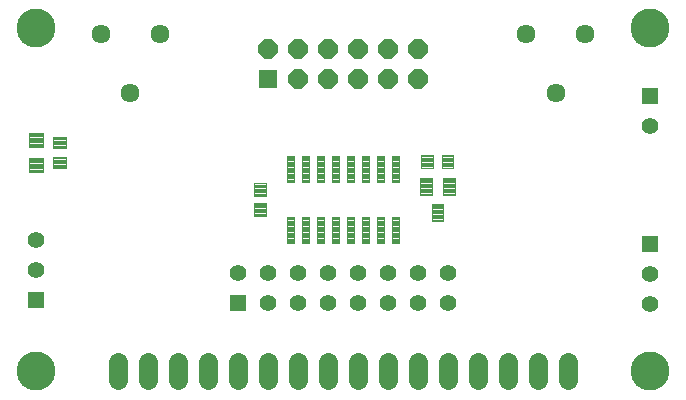
<source format=gts>
G75*
G70*
%OFA0B0*%
%FSLAX24Y24*%
%IPPOS*%
%LPD*%
%AMOC8*
5,1,8,0,0,1.08239X$1,22.5*
%
%ADD10R,0.0640X0.0640*%
%ADD11OC8,0.0640*%
%ADD12C,0.0640*%
%ADD13C,0.1300*%
%ADD14R,0.0555X0.0555*%
%ADD15C,0.0555*%
%ADD16C,0.0041*%
%ADD17C,0.0041*%
%ADD18C,0.0043*%
%ADD19C,0.0634*%
D10*
X013705Y014728D03*
D11*
X014705Y014728D03*
X015705Y014728D03*
X016705Y014728D03*
X017705Y014728D03*
X018705Y014728D03*
X018705Y015728D03*
X017705Y015728D03*
X016705Y015728D03*
X015705Y015728D03*
X014705Y015728D03*
X013705Y015728D03*
D12*
X013705Y005291D02*
X013705Y004691D01*
X012705Y004691D02*
X012705Y005291D01*
X011705Y005291D02*
X011705Y004691D01*
X010705Y004691D02*
X010705Y005291D01*
X009705Y005291D02*
X009705Y004691D01*
X008705Y004691D02*
X008705Y005291D01*
X014705Y005291D02*
X014705Y004691D01*
X015705Y004691D02*
X015705Y005291D01*
X016705Y005291D02*
X016705Y004691D01*
X017705Y004691D02*
X017705Y005291D01*
X018705Y005291D02*
X018705Y004691D01*
X019705Y004691D02*
X019705Y005291D01*
X020705Y005291D02*
X020705Y004691D01*
X021705Y004691D02*
X021705Y005291D01*
X022705Y005291D02*
X022705Y004691D01*
X023705Y004691D02*
X023705Y005291D01*
D13*
X005969Y004991D03*
X005969Y016409D03*
X026442Y016409D03*
X026442Y004991D03*
D14*
X026442Y009224D03*
X026442Y014153D03*
X012705Y007247D03*
X005969Y007354D03*
D15*
X005969Y008354D03*
X005969Y009354D03*
X012705Y008247D03*
X013705Y008247D03*
X014705Y008247D03*
X015705Y008247D03*
X016705Y008247D03*
X017705Y008247D03*
X018705Y008247D03*
X019705Y008247D03*
X019705Y007247D03*
X018705Y007247D03*
X017705Y007247D03*
X016705Y007247D03*
X015705Y007247D03*
X014705Y007247D03*
X013705Y007247D03*
X026442Y007224D03*
X026442Y008224D03*
X026442Y013153D03*
D16*
X018073Y011291D02*
X017837Y011291D01*
X017837Y012157D01*
X018073Y012157D01*
X018073Y011291D01*
X018073Y011331D02*
X017837Y011331D01*
X017837Y011371D02*
X018073Y011371D01*
X018073Y011411D02*
X017837Y011411D01*
X017837Y011451D02*
X018073Y011451D01*
X018073Y011491D02*
X017837Y011491D01*
X017837Y011531D02*
X018073Y011531D01*
X018073Y011571D02*
X017837Y011571D01*
X017837Y011611D02*
X018073Y011611D01*
X018073Y011651D02*
X017837Y011651D01*
X017837Y011691D02*
X018073Y011691D01*
X018073Y011731D02*
X017837Y011731D01*
X017837Y011771D02*
X018073Y011771D01*
X018073Y011811D02*
X017837Y011811D01*
X017837Y011851D02*
X018073Y011851D01*
X018073Y011891D02*
X017837Y011891D01*
X017837Y011931D02*
X018073Y011931D01*
X018073Y011971D02*
X017837Y011971D01*
X017837Y012011D02*
X018073Y012011D01*
X018073Y012051D02*
X017837Y012051D01*
X017837Y012091D02*
X018073Y012091D01*
X018073Y012131D02*
X017837Y012131D01*
X017573Y011291D02*
X017337Y011291D01*
X017337Y012157D01*
X017573Y012157D01*
X017573Y011291D01*
X017573Y011331D02*
X017337Y011331D01*
X017337Y011371D02*
X017573Y011371D01*
X017573Y011411D02*
X017337Y011411D01*
X017337Y011451D02*
X017573Y011451D01*
X017573Y011491D02*
X017337Y011491D01*
X017337Y011531D02*
X017573Y011531D01*
X017573Y011571D02*
X017337Y011571D01*
X017337Y011611D02*
X017573Y011611D01*
X017573Y011651D02*
X017337Y011651D01*
X017337Y011691D02*
X017573Y011691D01*
X017573Y011731D02*
X017337Y011731D01*
X017337Y011771D02*
X017573Y011771D01*
X017573Y011811D02*
X017337Y011811D01*
X017337Y011851D02*
X017573Y011851D01*
X017573Y011891D02*
X017337Y011891D01*
X017337Y011931D02*
X017573Y011931D01*
X017573Y011971D02*
X017337Y011971D01*
X017337Y012011D02*
X017573Y012011D01*
X017573Y012051D02*
X017337Y012051D01*
X017337Y012091D02*
X017573Y012091D01*
X017573Y012131D02*
X017337Y012131D01*
X017073Y011291D02*
X016837Y011291D01*
X016837Y012157D01*
X017073Y012157D01*
X017073Y011291D01*
X017073Y011331D02*
X016837Y011331D01*
X016837Y011371D02*
X017073Y011371D01*
X017073Y011411D02*
X016837Y011411D01*
X016837Y011451D02*
X017073Y011451D01*
X017073Y011491D02*
X016837Y011491D01*
X016837Y011531D02*
X017073Y011531D01*
X017073Y011571D02*
X016837Y011571D01*
X016837Y011611D02*
X017073Y011611D01*
X017073Y011651D02*
X016837Y011651D01*
X016837Y011691D02*
X017073Y011691D01*
X017073Y011731D02*
X016837Y011731D01*
X016837Y011771D02*
X017073Y011771D01*
X017073Y011811D02*
X016837Y011811D01*
X016837Y011851D02*
X017073Y011851D01*
X017073Y011891D02*
X016837Y011891D01*
X016837Y011931D02*
X017073Y011931D01*
X017073Y011971D02*
X016837Y011971D01*
X016837Y012011D02*
X017073Y012011D01*
X017073Y012051D02*
X016837Y012051D01*
X016837Y012091D02*
X017073Y012091D01*
X017073Y012131D02*
X016837Y012131D01*
X016573Y011291D02*
X016337Y011291D01*
X016337Y012157D01*
X016573Y012157D01*
X016573Y011291D01*
X016573Y011331D02*
X016337Y011331D01*
X016337Y011371D02*
X016573Y011371D01*
X016573Y011411D02*
X016337Y011411D01*
X016337Y011451D02*
X016573Y011451D01*
X016573Y011491D02*
X016337Y011491D01*
X016337Y011531D02*
X016573Y011531D01*
X016573Y011571D02*
X016337Y011571D01*
X016337Y011611D02*
X016573Y011611D01*
X016573Y011651D02*
X016337Y011651D01*
X016337Y011691D02*
X016573Y011691D01*
X016573Y011731D02*
X016337Y011731D01*
X016337Y011771D02*
X016573Y011771D01*
X016573Y011811D02*
X016337Y011811D01*
X016337Y011851D02*
X016573Y011851D01*
X016573Y011891D02*
X016337Y011891D01*
X016337Y011931D02*
X016573Y011931D01*
X016573Y011971D02*
X016337Y011971D01*
X016337Y012011D02*
X016573Y012011D01*
X016573Y012051D02*
X016337Y012051D01*
X016337Y012091D02*
X016573Y012091D01*
X016573Y012131D02*
X016337Y012131D01*
X016073Y011291D02*
X015837Y011291D01*
X015837Y012157D01*
X016073Y012157D01*
X016073Y011291D01*
X016073Y011331D02*
X015837Y011331D01*
X015837Y011371D02*
X016073Y011371D01*
X016073Y011411D02*
X015837Y011411D01*
X015837Y011451D02*
X016073Y011451D01*
X016073Y011491D02*
X015837Y011491D01*
X015837Y011531D02*
X016073Y011531D01*
X016073Y011571D02*
X015837Y011571D01*
X015837Y011611D02*
X016073Y011611D01*
X016073Y011651D02*
X015837Y011651D01*
X015837Y011691D02*
X016073Y011691D01*
X016073Y011731D02*
X015837Y011731D01*
X015837Y011771D02*
X016073Y011771D01*
X016073Y011811D02*
X015837Y011811D01*
X015837Y011851D02*
X016073Y011851D01*
X016073Y011891D02*
X015837Y011891D01*
X015837Y011931D02*
X016073Y011931D01*
X016073Y011971D02*
X015837Y011971D01*
X015837Y012011D02*
X016073Y012011D01*
X016073Y012051D02*
X015837Y012051D01*
X015837Y012091D02*
X016073Y012091D01*
X016073Y012131D02*
X015837Y012131D01*
X015573Y011291D02*
X015337Y011291D01*
X015337Y012157D01*
X015573Y012157D01*
X015573Y011291D01*
X015573Y011331D02*
X015337Y011331D01*
X015337Y011371D02*
X015573Y011371D01*
X015573Y011411D02*
X015337Y011411D01*
X015337Y011451D02*
X015573Y011451D01*
X015573Y011491D02*
X015337Y011491D01*
X015337Y011531D02*
X015573Y011531D01*
X015573Y011571D02*
X015337Y011571D01*
X015337Y011611D02*
X015573Y011611D01*
X015573Y011651D02*
X015337Y011651D01*
X015337Y011691D02*
X015573Y011691D01*
X015573Y011731D02*
X015337Y011731D01*
X015337Y011771D02*
X015573Y011771D01*
X015573Y011811D02*
X015337Y011811D01*
X015337Y011851D02*
X015573Y011851D01*
X015573Y011891D02*
X015337Y011891D01*
X015337Y011931D02*
X015573Y011931D01*
X015573Y011971D02*
X015337Y011971D01*
X015337Y012011D02*
X015573Y012011D01*
X015573Y012051D02*
X015337Y012051D01*
X015337Y012091D02*
X015573Y012091D01*
X015573Y012131D02*
X015337Y012131D01*
X015073Y011291D02*
X014837Y011291D01*
X014837Y012157D01*
X015073Y012157D01*
X015073Y011291D01*
X015073Y011331D02*
X014837Y011331D01*
X014837Y011371D02*
X015073Y011371D01*
X015073Y011411D02*
X014837Y011411D01*
X014837Y011451D02*
X015073Y011451D01*
X015073Y011491D02*
X014837Y011491D01*
X014837Y011531D02*
X015073Y011531D01*
X015073Y011571D02*
X014837Y011571D01*
X014837Y011611D02*
X015073Y011611D01*
X015073Y011651D02*
X014837Y011651D01*
X014837Y011691D02*
X015073Y011691D01*
X015073Y011731D02*
X014837Y011731D01*
X014837Y011771D02*
X015073Y011771D01*
X015073Y011811D02*
X014837Y011811D01*
X014837Y011851D02*
X015073Y011851D01*
X015073Y011891D02*
X014837Y011891D01*
X014837Y011931D02*
X015073Y011931D01*
X015073Y011971D02*
X014837Y011971D01*
X014837Y012011D02*
X015073Y012011D01*
X015073Y012051D02*
X014837Y012051D01*
X014837Y012091D02*
X015073Y012091D01*
X015073Y012131D02*
X014837Y012131D01*
X014573Y011291D02*
X014337Y011291D01*
X014337Y012157D01*
X014573Y012157D01*
X014573Y011291D01*
X014573Y011331D02*
X014337Y011331D01*
X014337Y011371D02*
X014573Y011371D01*
X014573Y011411D02*
X014337Y011411D01*
X014337Y011451D02*
X014573Y011451D01*
X014573Y011491D02*
X014337Y011491D01*
X014337Y011531D02*
X014573Y011531D01*
X014573Y011571D02*
X014337Y011571D01*
X014337Y011611D02*
X014573Y011611D01*
X014573Y011651D02*
X014337Y011651D01*
X014337Y011691D02*
X014573Y011691D01*
X014573Y011731D02*
X014337Y011731D01*
X014337Y011771D02*
X014573Y011771D01*
X014573Y011811D02*
X014337Y011811D01*
X014337Y011851D02*
X014573Y011851D01*
X014573Y011891D02*
X014337Y011891D01*
X014337Y011931D02*
X014573Y011931D01*
X014573Y011971D02*
X014337Y011971D01*
X014337Y012011D02*
X014573Y012011D01*
X014573Y012051D02*
X014337Y012051D01*
X014337Y012091D02*
X014573Y012091D01*
X014573Y012131D02*
X014337Y012131D01*
X014337Y009244D02*
X014573Y009244D01*
X014337Y009244D02*
X014337Y010110D01*
X014573Y010110D01*
X014573Y009244D01*
X014573Y009284D02*
X014337Y009284D01*
X014337Y009324D02*
X014573Y009324D01*
X014573Y009364D02*
X014337Y009364D01*
X014337Y009404D02*
X014573Y009404D01*
X014573Y009444D02*
X014337Y009444D01*
X014337Y009484D02*
X014573Y009484D01*
X014573Y009524D02*
X014337Y009524D01*
X014337Y009564D02*
X014573Y009564D01*
X014573Y009604D02*
X014337Y009604D01*
X014337Y009644D02*
X014573Y009644D01*
X014573Y009684D02*
X014337Y009684D01*
X014337Y009724D02*
X014573Y009724D01*
X014573Y009764D02*
X014337Y009764D01*
X014337Y009804D02*
X014573Y009804D01*
X014573Y009844D02*
X014337Y009844D01*
X014337Y009884D02*
X014573Y009884D01*
X014573Y009924D02*
X014337Y009924D01*
X014337Y009964D02*
X014573Y009964D01*
X014573Y010004D02*
X014337Y010004D01*
X014337Y010044D02*
X014573Y010044D01*
X014573Y010084D02*
X014337Y010084D01*
X014837Y009244D02*
X015073Y009244D01*
X014837Y009244D02*
X014837Y010110D01*
X015073Y010110D01*
X015073Y009244D01*
X015073Y009284D02*
X014837Y009284D01*
X014837Y009324D02*
X015073Y009324D01*
X015073Y009364D02*
X014837Y009364D01*
X014837Y009404D02*
X015073Y009404D01*
X015073Y009444D02*
X014837Y009444D01*
X014837Y009484D02*
X015073Y009484D01*
X015073Y009524D02*
X014837Y009524D01*
X014837Y009564D02*
X015073Y009564D01*
X015073Y009604D02*
X014837Y009604D01*
X014837Y009644D02*
X015073Y009644D01*
X015073Y009684D02*
X014837Y009684D01*
X014837Y009724D02*
X015073Y009724D01*
X015073Y009764D02*
X014837Y009764D01*
X014837Y009804D02*
X015073Y009804D01*
X015073Y009844D02*
X014837Y009844D01*
X014837Y009884D02*
X015073Y009884D01*
X015073Y009924D02*
X014837Y009924D01*
X014837Y009964D02*
X015073Y009964D01*
X015073Y010004D02*
X014837Y010004D01*
X014837Y010044D02*
X015073Y010044D01*
X015073Y010084D02*
X014837Y010084D01*
X015337Y009244D02*
X015573Y009244D01*
X015337Y009244D02*
X015337Y010110D01*
X015573Y010110D01*
X015573Y009244D01*
X015573Y009284D02*
X015337Y009284D01*
X015337Y009324D02*
X015573Y009324D01*
X015573Y009364D02*
X015337Y009364D01*
X015337Y009404D02*
X015573Y009404D01*
X015573Y009444D02*
X015337Y009444D01*
X015337Y009484D02*
X015573Y009484D01*
X015573Y009524D02*
X015337Y009524D01*
X015337Y009564D02*
X015573Y009564D01*
X015573Y009604D02*
X015337Y009604D01*
X015337Y009644D02*
X015573Y009644D01*
X015573Y009684D02*
X015337Y009684D01*
X015337Y009724D02*
X015573Y009724D01*
X015573Y009764D02*
X015337Y009764D01*
X015337Y009804D02*
X015573Y009804D01*
X015573Y009844D02*
X015337Y009844D01*
X015337Y009884D02*
X015573Y009884D01*
X015573Y009924D02*
X015337Y009924D01*
X015337Y009964D02*
X015573Y009964D01*
X015573Y010004D02*
X015337Y010004D01*
X015337Y010044D02*
X015573Y010044D01*
X015573Y010084D02*
X015337Y010084D01*
X015837Y009244D02*
X016073Y009244D01*
X015837Y009244D02*
X015837Y010110D01*
X016073Y010110D01*
X016073Y009244D01*
X016073Y009284D02*
X015837Y009284D01*
X015837Y009324D02*
X016073Y009324D01*
X016073Y009364D02*
X015837Y009364D01*
X015837Y009404D02*
X016073Y009404D01*
X016073Y009444D02*
X015837Y009444D01*
X015837Y009484D02*
X016073Y009484D01*
X016073Y009524D02*
X015837Y009524D01*
X015837Y009564D02*
X016073Y009564D01*
X016073Y009604D02*
X015837Y009604D01*
X015837Y009644D02*
X016073Y009644D01*
X016073Y009684D02*
X015837Y009684D01*
X015837Y009724D02*
X016073Y009724D01*
X016073Y009764D02*
X015837Y009764D01*
X015837Y009804D02*
X016073Y009804D01*
X016073Y009844D02*
X015837Y009844D01*
X015837Y009884D02*
X016073Y009884D01*
X016073Y009924D02*
X015837Y009924D01*
X015837Y009964D02*
X016073Y009964D01*
X016073Y010004D02*
X015837Y010004D01*
X015837Y010044D02*
X016073Y010044D01*
X016073Y010084D02*
X015837Y010084D01*
X016337Y009244D02*
X016573Y009244D01*
X016337Y009244D02*
X016337Y010110D01*
X016573Y010110D01*
X016573Y009244D01*
X016573Y009284D02*
X016337Y009284D01*
X016337Y009324D02*
X016573Y009324D01*
X016573Y009364D02*
X016337Y009364D01*
X016337Y009404D02*
X016573Y009404D01*
X016573Y009444D02*
X016337Y009444D01*
X016337Y009484D02*
X016573Y009484D01*
X016573Y009524D02*
X016337Y009524D01*
X016337Y009564D02*
X016573Y009564D01*
X016573Y009604D02*
X016337Y009604D01*
X016337Y009644D02*
X016573Y009644D01*
X016573Y009684D02*
X016337Y009684D01*
X016337Y009724D02*
X016573Y009724D01*
X016573Y009764D02*
X016337Y009764D01*
X016337Y009804D02*
X016573Y009804D01*
X016573Y009844D02*
X016337Y009844D01*
X016337Y009884D02*
X016573Y009884D01*
X016573Y009924D02*
X016337Y009924D01*
X016337Y009964D02*
X016573Y009964D01*
X016573Y010004D02*
X016337Y010004D01*
X016337Y010044D02*
X016573Y010044D01*
X016573Y010084D02*
X016337Y010084D01*
X016837Y009244D02*
X017073Y009244D01*
X016837Y009244D02*
X016837Y010110D01*
X017073Y010110D01*
X017073Y009244D01*
X017073Y009284D02*
X016837Y009284D01*
X016837Y009324D02*
X017073Y009324D01*
X017073Y009364D02*
X016837Y009364D01*
X016837Y009404D02*
X017073Y009404D01*
X017073Y009444D02*
X016837Y009444D01*
X016837Y009484D02*
X017073Y009484D01*
X017073Y009524D02*
X016837Y009524D01*
X016837Y009564D02*
X017073Y009564D01*
X017073Y009604D02*
X016837Y009604D01*
X016837Y009644D02*
X017073Y009644D01*
X017073Y009684D02*
X016837Y009684D01*
X016837Y009724D02*
X017073Y009724D01*
X017073Y009764D02*
X016837Y009764D01*
X016837Y009804D02*
X017073Y009804D01*
X017073Y009844D02*
X016837Y009844D01*
X016837Y009884D02*
X017073Y009884D01*
X017073Y009924D02*
X016837Y009924D01*
X016837Y009964D02*
X017073Y009964D01*
X017073Y010004D02*
X016837Y010004D01*
X016837Y010044D02*
X017073Y010044D01*
X017073Y010084D02*
X016837Y010084D01*
X017337Y009244D02*
X017573Y009244D01*
X017337Y009244D02*
X017337Y010110D01*
X017573Y010110D01*
X017573Y009244D01*
X017573Y009284D02*
X017337Y009284D01*
X017337Y009324D02*
X017573Y009324D01*
X017573Y009364D02*
X017337Y009364D01*
X017337Y009404D02*
X017573Y009404D01*
X017573Y009444D02*
X017337Y009444D01*
X017337Y009484D02*
X017573Y009484D01*
X017573Y009524D02*
X017337Y009524D01*
X017337Y009564D02*
X017573Y009564D01*
X017573Y009604D02*
X017337Y009604D01*
X017337Y009644D02*
X017573Y009644D01*
X017573Y009684D02*
X017337Y009684D01*
X017337Y009724D02*
X017573Y009724D01*
X017573Y009764D02*
X017337Y009764D01*
X017337Y009804D02*
X017573Y009804D01*
X017573Y009844D02*
X017337Y009844D01*
X017337Y009884D02*
X017573Y009884D01*
X017573Y009924D02*
X017337Y009924D01*
X017337Y009964D02*
X017573Y009964D01*
X017573Y010004D02*
X017337Y010004D01*
X017337Y010044D02*
X017573Y010044D01*
X017573Y010084D02*
X017337Y010084D01*
X017837Y009244D02*
X018073Y009244D01*
X017837Y009244D02*
X017837Y010110D01*
X018073Y010110D01*
X018073Y009244D01*
X018073Y009284D02*
X017837Y009284D01*
X017837Y009324D02*
X018073Y009324D01*
X018073Y009364D02*
X017837Y009364D01*
X017837Y009404D02*
X018073Y009404D01*
X018073Y009444D02*
X017837Y009444D01*
X017837Y009484D02*
X018073Y009484D01*
X018073Y009524D02*
X017837Y009524D01*
X017837Y009564D02*
X018073Y009564D01*
X018073Y009604D02*
X017837Y009604D01*
X017837Y009644D02*
X018073Y009644D01*
X018073Y009684D02*
X017837Y009684D01*
X017837Y009724D02*
X018073Y009724D01*
X018073Y009764D02*
X017837Y009764D01*
X017837Y009804D02*
X018073Y009804D01*
X018073Y009844D02*
X017837Y009844D01*
X017837Y009884D02*
X018073Y009884D01*
X018073Y009924D02*
X017837Y009924D01*
X017837Y009964D02*
X018073Y009964D01*
X018073Y010004D02*
X017837Y010004D01*
X017837Y010044D02*
X018073Y010044D01*
X018073Y010084D02*
X017837Y010084D01*
D17*
X006205Y011626D02*
X005733Y011626D01*
X005733Y012098D01*
X006205Y012098D01*
X006205Y011626D01*
X006205Y011666D02*
X005733Y011666D01*
X005733Y011706D02*
X006205Y011706D01*
X006205Y011746D02*
X005733Y011746D01*
X005733Y011786D02*
X006205Y011786D01*
X006205Y011826D02*
X005733Y011826D01*
X005733Y011866D02*
X006205Y011866D01*
X006205Y011906D02*
X005733Y011906D01*
X005733Y011946D02*
X006205Y011946D01*
X006205Y011986D02*
X005733Y011986D01*
X005733Y012026D02*
X006205Y012026D01*
X006205Y012066D02*
X005733Y012066D01*
X005733Y012452D02*
X006205Y012452D01*
X005733Y012452D02*
X005733Y012924D01*
X006205Y012924D01*
X006205Y012452D01*
X006205Y012492D02*
X005733Y012492D01*
X005733Y012532D02*
X006205Y012532D01*
X006205Y012572D02*
X005733Y012572D01*
X005733Y012612D02*
X006205Y012612D01*
X006205Y012652D02*
X005733Y012652D01*
X005733Y012692D02*
X006205Y012692D01*
X006205Y012732D02*
X005733Y012732D01*
X005733Y012772D02*
X006205Y012772D01*
X006205Y012812D02*
X005733Y012812D01*
X005733Y012852D02*
X006205Y012852D01*
X006205Y012892D02*
X005733Y012892D01*
D18*
X006972Y012806D02*
X006972Y012414D01*
X006542Y012414D01*
X006542Y012806D01*
X006972Y012806D01*
X006972Y012456D02*
X006542Y012456D01*
X006542Y012498D02*
X006972Y012498D01*
X006972Y012540D02*
X006542Y012540D01*
X006542Y012582D02*
X006972Y012582D01*
X006972Y012624D02*
X006542Y012624D01*
X006542Y012666D02*
X006972Y012666D01*
X006972Y012708D02*
X006542Y012708D01*
X006542Y012750D02*
X006972Y012750D01*
X006972Y012792D02*
X006542Y012792D01*
X006972Y012136D02*
X006972Y011744D01*
X006542Y011744D01*
X006542Y012136D01*
X006972Y012136D01*
X006972Y011786D02*
X006542Y011786D01*
X006542Y011828D02*
X006972Y011828D01*
X006972Y011870D02*
X006542Y011870D01*
X006542Y011912D02*
X006972Y011912D01*
X006972Y011954D02*
X006542Y011954D01*
X006542Y011996D02*
X006972Y011996D01*
X006972Y012038D02*
X006542Y012038D01*
X006542Y012080D02*
X006972Y012080D01*
X006972Y012122D02*
X006542Y012122D01*
X013253Y011250D02*
X013253Y010820D01*
X013253Y011250D02*
X013645Y011250D01*
X013645Y010820D01*
X013253Y010820D01*
X013253Y010862D02*
X013645Y010862D01*
X013645Y010904D02*
X013253Y010904D01*
X013253Y010946D02*
X013645Y010946D01*
X013645Y010988D02*
X013253Y010988D01*
X013253Y011030D02*
X013645Y011030D01*
X013645Y011072D02*
X013253Y011072D01*
X013253Y011114D02*
X013645Y011114D01*
X013645Y011156D02*
X013253Y011156D01*
X013253Y011198D02*
X013645Y011198D01*
X013645Y011240D02*
X013253Y011240D01*
X013253Y010581D02*
X013253Y010151D01*
X013253Y010581D02*
X013645Y010581D01*
X013645Y010151D01*
X013253Y010151D01*
X013253Y010193D02*
X013645Y010193D01*
X013645Y010235D02*
X013253Y010235D01*
X013253Y010277D02*
X013645Y010277D01*
X013645Y010319D02*
X013253Y010319D01*
X013253Y010361D02*
X013645Y010361D01*
X013645Y010403D02*
X013253Y010403D01*
X013253Y010445D02*
X013645Y010445D01*
X013645Y010487D02*
X013253Y010487D01*
X013253Y010529D02*
X013645Y010529D01*
X013645Y010571D02*
X013253Y010571D01*
X018785Y011407D02*
X019177Y011407D01*
X019177Y010859D01*
X018785Y010859D01*
X018785Y011407D01*
X018785Y010901D02*
X019177Y010901D01*
X019177Y010943D02*
X018785Y010943D01*
X018785Y010985D02*
X019177Y010985D01*
X019177Y011027D02*
X018785Y011027D01*
X018785Y011069D02*
X019177Y011069D01*
X019177Y011111D02*
X018785Y011111D01*
X018785Y011153D02*
X019177Y011153D01*
X019177Y011195D02*
X018785Y011195D01*
X018785Y011237D02*
X019177Y011237D01*
X019177Y011279D02*
X018785Y011279D01*
X018785Y011321D02*
X019177Y011321D01*
X019177Y011363D02*
X018785Y011363D01*
X018785Y011405D02*
X019177Y011405D01*
X019533Y011407D02*
X019925Y011407D01*
X019925Y010859D01*
X019533Y010859D01*
X019533Y011407D01*
X019533Y010901D02*
X019925Y010901D01*
X019925Y010943D02*
X019533Y010943D01*
X019533Y010985D02*
X019925Y010985D01*
X019925Y011027D02*
X019533Y011027D01*
X019533Y011069D02*
X019925Y011069D01*
X019925Y011111D02*
X019533Y011111D01*
X019533Y011153D02*
X019925Y011153D01*
X019925Y011195D02*
X019533Y011195D01*
X019533Y011237D02*
X019925Y011237D01*
X019925Y011279D02*
X019533Y011279D01*
X019533Y011321D02*
X019925Y011321D01*
X019925Y011363D02*
X019533Y011363D01*
X019533Y011405D02*
X019925Y011405D01*
X019886Y012195D02*
X019494Y012195D01*
X019886Y012195D02*
X019886Y011765D01*
X019494Y011765D01*
X019494Y012195D01*
X019494Y011807D02*
X019886Y011807D01*
X019886Y011849D02*
X019494Y011849D01*
X019494Y011891D02*
X019886Y011891D01*
X019886Y011933D02*
X019494Y011933D01*
X019494Y011975D02*
X019886Y011975D01*
X019886Y012017D02*
X019494Y012017D01*
X019494Y012059D02*
X019886Y012059D01*
X019886Y012101D02*
X019494Y012101D01*
X019494Y012143D02*
X019886Y012143D01*
X019886Y012185D02*
X019494Y012185D01*
X019216Y012195D02*
X018824Y012195D01*
X019216Y012195D02*
X019216Y011765D01*
X018824Y011765D01*
X018824Y012195D01*
X018824Y011807D02*
X019216Y011807D01*
X019216Y011849D02*
X018824Y011849D01*
X018824Y011891D02*
X019216Y011891D01*
X019216Y011933D02*
X018824Y011933D01*
X018824Y011975D02*
X019216Y011975D01*
X019216Y012017D02*
X018824Y012017D01*
X018824Y012059D02*
X019216Y012059D01*
X019216Y012101D02*
X018824Y012101D01*
X018824Y012143D02*
X019216Y012143D01*
X019216Y012185D02*
X018824Y012185D01*
X019159Y010541D02*
X019551Y010541D01*
X019551Y009993D01*
X019159Y009993D01*
X019159Y010541D01*
X019159Y010035D02*
X019551Y010035D01*
X019551Y010077D02*
X019159Y010077D01*
X019159Y010119D02*
X019551Y010119D01*
X019551Y010161D02*
X019159Y010161D01*
X019159Y010203D02*
X019551Y010203D01*
X019551Y010245D02*
X019159Y010245D01*
X019159Y010287D02*
X019551Y010287D01*
X019551Y010329D02*
X019159Y010329D01*
X019159Y010371D02*
X019551Y010371D01*
X019551Y010413D02*
X019159Y010413D01*
X019159Y010455D02*
X019551Y010455D01*
X019551Y010497D02*
X019159Y010497D01*
X019159Y010539D02*
X019551Y010539D01*
D19*
X023292Y014243D03*
X024276Y016212D03*
X022308Y016212D03*
X010103Y016212D03*
X008134Y016212D03*
X009119Y014243D03*
M02*

</source>
